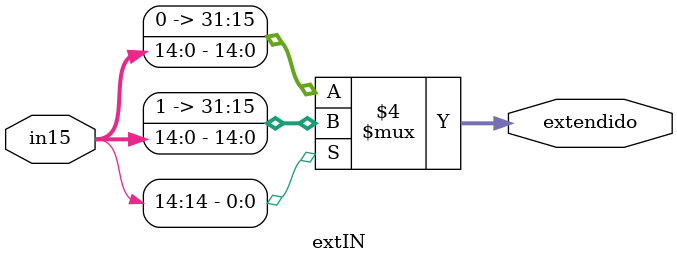
<source format=v>
module extIN(in15, extendido);
	input [14:0]in15;
	
	output reg [31:0]extendido;
	always @( * ) begin
		
				if(in15[14] == 1)begin 
					extendido = {17'b11111111111111111,in15};
				end else
					extendido = {17'b00000000000000000,in15};
	
	end
	
endmodule
</source>
